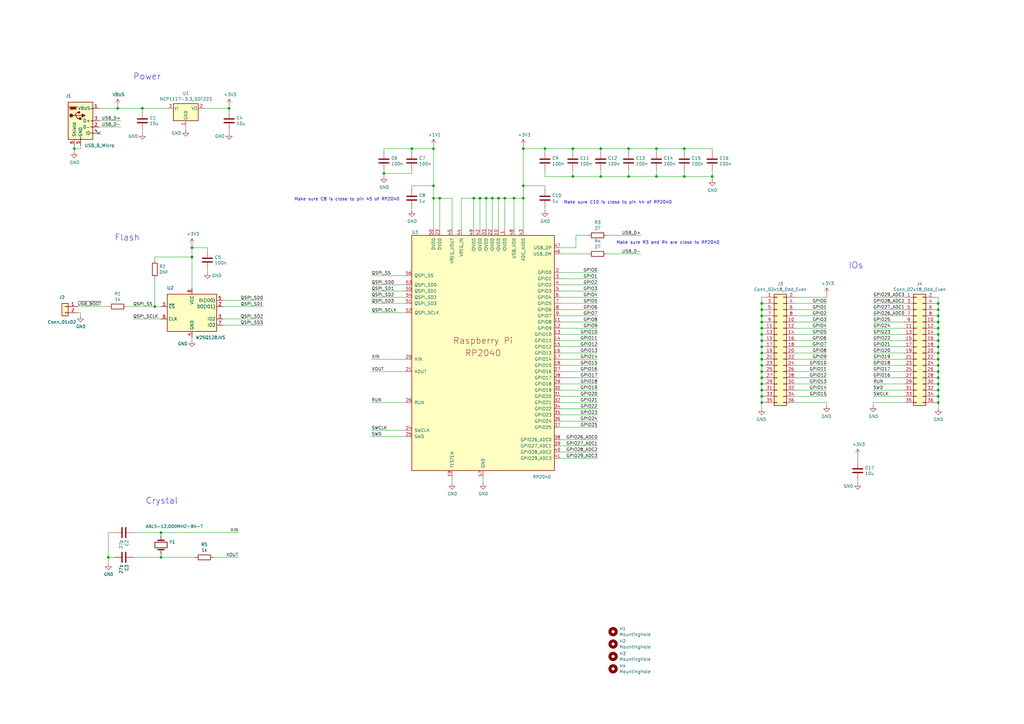
<source format=kicad_sch>
(kicad_sch (version 20211123) (generator eeschema)
  (paper "A3")
  (title_block (title "RP2040 Minimal Design Example") (date "2020-12-18") (rev "REV1") (company "Raspberry Pi (Trading) Ltd"))
  (lib_symbols
    (symbol "Connector_Generic:Conn_01x02" (pin_names (offset 1.016) hide)
      (property "Reference" "J" (at 0 2.54 0))
      (property "Value" "Conn_01x02" (at 0 -5.08 0))
      (symbol "Conn_01x02_1_1"
        (rectangle (start -1.27 -2.413) (end 0 -2.667) (stroke (width 0.1524)))
        (rectangle (start -1.27 0.127) (end 0 -0.127) (stroke (width 0.1524)))
        (rectangle (start -1.27 1.27) (end 1.27 -3.81) (stroke (width 0.254)) (fill (type background)))
        (pin passive line (at -5.08 0 0) (length 3.81) (name "Pin_1") (number "1"))
        (pin passive line (at -5.08 -2.54 0) (length 3.81) (name "Pin_2") (number "2"))
      )
    )
    (symbol "Connector_Generic:Conn_02x18_Odd_Even" (pin_names (offset 1.016) hide)
      (property "Reference" "J" (at 1.27 22.86 0))
      (property "Value" "Conn_02x18_Odd_Even" (at 1.27 -25.4 0))
      (symbol "Conn_02x18_Odd_Even_1_1"
        (rectangle (start -1.27 -22.733) (end 0 -22.987) (stroke (width 0.1524)))
        (rectangle (start -1.27 -20.193) (end 0 -20.447) (stroke (width 0.1524)))
        (rectangle (start -1.27 -17.653) (end 0 -17.907) (stroke (width 0.1524)))
        (rectangle (start -1.27 -15.113) (end 0 -15.367) (stroke (width 0.1524)))
        (rectangle (start -1.27 -12.573) (end 0 -12.827) (stroke (width 0.1524)))
        (rectangle (start -1.27 -10.033) (end 0 -10.287) (stroke (width 0.1524)))
        (rectangle (start -1.27 -7.493) (end 0 -7.747) (stroke (width 0.1524)))
        (rectangle (start -1.27 -4.953) (end 0 -5.207) (stroke (width 0.1524)))
        (rectangle (start -1.27 -2.413) (end 0 -2.667) (stroke (width 0.1524)))
        (rectangle (start -1.27 0.127) (end 0 -0.127) (stroke (width 0.1524)))
        (rectangle (start -1.27 2.667) (end 0 2.413) (stroke (width 0.1524)))
        (rectangle (start -1.27 5.207) (end 0 4.953) (stroke (width 0.1524)))
        (rectangle (start -1.27 7.747) (end 0 7.493) (stroke (width 0.1524)))
        (rectangle (start -1.27 10.287) (end 0 10.033) (stroke (width 0.1524)))
        (rectangle (start -1.27 12.827) (end 0 12.573) (stroke (width 0.1524)))
        (rectangle (start -1.27 15.367) (end 0 15.113) (stroke (width 0.1524)))
        (rectangle (start -1.27 17.907) (end 0 17.653) (stroke (width 0.1524)))
        (rectangle (start -1.27 20.447) (end 0 20.193) (stroke (width 0.1524)))
        (rectangle (start -1.27 21.59) (end 3.81 -24.13) (stroke (width 0.254)) (fill (type background)))
        (rectangle (start 3.81 -22.733) (end 2.54 -22.987) (stroke (width 0.1524)))
        (rectangle (start 3.81 -20.193) (end 2.54 -20.447) (stroke (width 0.1524)))
        (rectangle (start 3.81 -17.653) (end 2.54 -17.907) (stroke (width 0.1524)))
        (rectangle (start 3.81 -15.113) (end 2.54 -15.367) (stroke (width 0.1524)))
        (rectangle (start 3.81 -12.573) (end 2.54 -12.827) (stroke (width 0.1524)))
        (rectangle (start 3.81 -10.033) (end 2.54 -10.287) (stroke (width 0.1524)))
        (rectangle (start 3.81 -7.493) (end 2.54 -7.747) (stroke (width 0.1524)))
        (rectangle (start 3.81 -4.953) (end 2.54 -5.207) (stroke (width 0.1524)))
        (rectangle (start 3.81 -2.413) (end 2.54 -2.667) (stroke (width 0.1524)))
        (rectangle (start 3.81 0.127) (end 2.54 -0.127) (stroke (width 0.1524)))
        (rectangle (start 3.81 2.667) (end 2.54 2.413) (stroke (width 0.1524)))
        (rectangle (start 3.81 5.207) (end 2.54 4.953) (stroke (width 0.1524)))
        (rectangle (start 3.81 7.747) (end 2.54 7.493) (stroke (width 0.1524)))
        (rectangle (start 3.81 10.287) (end 2.54 10.033) (stroke (width 0.1524)))
        (rectangle (start 3.81 12.827) (end 2.54 12.573) (stroke (width 0.1524)))
        (rectangle (start 3.81 15.367) (end 2.54 15.113) (stroke (width 0.1524)))
        (rectangle (start 3.81 17.907) (end 2.54 17.653) (stroke (width 0.1524)))
        (rectangle (start 3.81 20.447) (end 2.54 20.193) (stroke (width 0.1524)))
        (pin passive line (at -5.08 20.32 0) (length 3.81) (name "Pin_1") (number "1"))
        (pin passive line (at 7.62 10.16 180) (length 3.81) (name "Pin_10") (number "10"))
        (pin passive line (at -5.08 7.62 0) (length 3.81) (name "Pin_11") (number "11"))
        (pin passive line (at 7.62 7.62 180) (length 3.81) (name "Pin_12") (number "12"))
        (pin passive line (at -5.08 5.08 0) (length 3.81) (name "Pin_13") (number "13"))
        (pin passive line (at 7.62 5.08 180) (length 3.81) (name "Pin_14") (number "14"))
        (pin passive line (at -5.08 2.54 0) (length 3.81) (name "Pin_15") (number "15"))
        (pin passive line (at 7.62 2.54 180) (length 3.81) (name "Pin_16") (number "16"))
        (pin passive line (at -5.08 0 0) (length 3.81) (name "Pin_17") (number "17"))
        (pin passive line (at 7.62 0 180) (length 3.81) (name "Pin_18") (number "18"))
        (pin passive line (at -5.08 -2.54 0) (length 3.81) (name "Pin_19") (number "19"))
        (pin passive line (at 7.62 20.32 180) (length 3.81) (name "Pin_2") (number "2"))
        (pin passive line (at 7.62 -2.54 180) (length 3.81) (name "Pin_20") (number "20"))
        (pin passive line (at -5.08 -5.08 0) (length 3.81) (name "Pin_21") (number "21"))
        (pin passive line (at 7.62 -5.08 180) (length 3.81) (name "Pin_22") (number "22"))
        (pin passive line (at -5.08 -7.62 0) (length 3.81) (name "Pin_23") (number "23"))
        (pin passive line (at 7.62 -7.62 180) (length 3.81) (name "Pin_24") (number "24"))
        (pin passive line (at -5.08 -10.16 0) (length 3.81) (name "Pin_25") (number "25"))
        (pin passive line (at 7.62 -10.16 180) (length 3.81) (name "Pin_26") (number "26"))
        (pin passive line (at -5.08 -12.7 0) (length 3.81) (name "Pin_27") (number "27"))
        (pin passive line (at 7.62 -12.7 180) (length 3.81) (name "Pin_28") (number "28"))
        (pin passive line (at -5.08 -15.24 0) (length 3.81) (name "Pin_29") (number "29"))
        (pin passive line (at -5.08 17.78 0) (length 3.81) (name "Pin_3") (number "3"))
        (pin passive line (at 7.62 -15.24 180) (length 3.81) (name "Pin_30") (number "30"))
        (pin passive line (at -5.08 -17.78 0) (length 3.81) (name "Pin_31") (number "31"))
        (pin passive line (at 7.62 -17.78 180) (length 3.81) (name "Pin_32") (number "32"))
        (pin passive line (at -5.08 -20.32 0) (length 3.81) (name "Pin_33") (number "33"))
        (pin passive line (at 7.62 -20.32 180) (length 3.81) (name "Pin_34") (number "34"))
        (pin passive line (at -5.08 -22.86 0) (length 3.81) (name "Pin_35") (number "35"))
        (pin passive line (at 7.62 -22.86 180) (length 3.81) (name "Pin_36") (number "36"))
        (pin passive line (at 7.62 17.78 180) (length 3.81) (name "Pin_4") (number "4"))
        (pin passive line (at -5.08 15.24 0) (length 3.81) (name "Pin_5") (number "5"))
        (pin passive line (at 7.62 15.24 180) (length 3.81) (name "Pin_6") (number "6"))
        (pin passive line (at -5.08 12.7 0) (length 3.81) (name "Pin_7") (number "7"))
        (pin passive line (at 7.62 12.7 180) (length 3.81) (name "Pin_8") (number "8"))
        (pin passive line (at -5.08 10.16 0) (length 3.81) (name "Pin_9") (number "9"))
      )
    )
    (symbol "Device:C" (pin_numbers hide) (pin_names (offset 0.254))
      (property "Reference" "C" (at 0.635 2.54 0))
      (property "Value" "C" (at 0.635 -2.54 0))
      (symbol "C_0_1"
        (polyline (pts (xy -2.032 -0.762) (xy 2.032 -0.762)) (stroke (width 0.508)))
        (polyline (pts (xy -2.032 0.762) (xy 2.032 0.762)) (stroke (width 0.508)))
      )
      (symbol "C_1_1"
        (pin passive line (at 0 3.81 270) (length 2.794) (name "~") (number "1"))
        (pin passive line (at 0 -3.81 90) (length 2.794) (name "~") (number "2"))
      )
    )
    (symbol "Device:Crystal" (pin_numbers hide) (pin_names (offset 1.016) hide)
      (property "Reference" "Y" (at 0 3.81 0))
      (property "Value" "Crystal" (at 0 -3.81 0))
      (symbol "Crystal_0_1"
        (rectangle (start -1.143 2.54) (end 1.143 -2.54) (stroke (width 0.3048)))
        (polyline (pts (xy -2.54 0) (xy -1.905 0)))
        (polyline (pts (xy -1.905 -1.27) (xy -1.905 1.27)) (stroke (width 0.508)))
        (polyline (pts (xy 1.905 -1.27) (xy 1.905 1.27)) (stroke (width 0.508)))
        (polyline (pts (xy 2.54 0) (xy 1.905 0)))
      )
      (symbol "Crystal_1_1"
        (pin passive line (at -3.81 0 0) (length 1.27) (name "1") (number "1"))
        (pin passive line (at 3.81 0 180) (length 1.27) (name "2") (number "2"))
      )
    )
    (symbol "Device:R" (pin_numbers hide) (pin_names (offset 0))
      (property "Reference" "R" (at 2.032 0 90))
      (property "Value" "R" (at 0 0 90))
      (symbol "R_0_1"
        (rectangle (start -1.016 -2.54) (end 1.016 2.54) (stroke (width 0.254)))
      )
      (symbol "R_1_1"
        (pin passive line (at 0 3.81 270) (length 1.27) (name "~") (number "1"))
        (pin passive line (at 0 -3.81 90) (length 1.27) (name "~") (number "2"))
      )
    )
    (symbol "MCU_RaspberryPi_RP2040:RP2040" (pin_names (offset 1.016))
      (property "Reference" "U" (at -29.21 49.53 0))
      (property "Value" "RP2040" (at 24.13 -49.53 0))
      (symbol "RP2040_0_0"
        (text "Raspberry Pi" (at 0 5.08 0) (effects (font (size 2.54 2.54))))
        (text "RP2040" (at 0 0 0) (effects (font (size 2.54 2.54))))
      )
      (symbol "RP2040_0_1"
        (rectangle (start 29.21 48.26) (end -29.21 -48.26) (stroke (width 0.254)) (fill (type background)))
      )
      (symbol "RP2040_1_1"
        (pin power_in line (at 8.89 50.8 270) (length 2.54) (name "IOVDD") (number "1"))
        (pin power_in line (at 6.35 50.8 270) (length 2.54) (name "IOVDD") (number "10"))
        (pin bidirectional line (at 31.75 12.7 180) (length 2.54) (name "GPIO8") (number "11"))
        (pin bidirectional line (at 31.75 10.16 180) (length 2.54) (name "GPIO9") (number "12"))
        (pin bidirectional line (at 31.75 7.62 180) (length 2.54) (name "GPIO10") (number "13"))
        (pin bidirectional line (at 31.75 5.08 180) (length 2.54) (name "GPIO11") (number "14"))
        (pin bidirectional line (at 31.75 2.54 180) (length 2.54) (name "GPIO12") (number "15"))
        (pin bidirectional line (at 31.75 0 180) (length 2.54) (name "GPIO13") (number "16"))
        (pin bidirectional line (at 31.75 -2.54 180) (length 2.54) (name "GPIO14") (number "17"))
        (pin bidirectional line (at 31.75 -5.08 180) (length 2.54) (name "GPIO15") (number "18"))
        (pin passive line (at -12.7 -50.8 90) (length 2.54) (name "TESTEN") (number "19"))
        (pin bidirectional line (at 31.75 33.02 180) (length 2.54) (name "GPIO0") (number "2"))
        (pin input line (at -31.75 -2.54 0) (length 2.54) (name "XIN") (number "20"))
        (pin passive line (at -31.75 -7.62 0) (length 2.54) (name "XOUT") (number "21"))
        (pin power_in line (at 3.81 50.8 270) (length 2.54) (name "IOVDD") (number "22"))
        (pin power_in line (at -17.78 50.8 270) (length 2.54) (name "DVDD") (number "23"))
        (pin output line (at -31.75 -31.75 0) (length 2.54) (name "SWCLK") (number "24"))
        (pin bidirectional line (at -31.75 -34.29 0) (length 2.54) (name "SWD") (number "25"))
        (pin input line (at -31.75 -20.32 0) (length 2.54) (name "RUN") (number "26"))
        (pin bidirectional line (at 31.75 -7.62 180) (length 2.54) (name "GPIO16") (number "27"))
        (pin bidirectional line (at 31.75 -10.16 180) (length 2.54) (name "GPIO17") (number "28"))
        (pin bidirectional line (at 31.75 -12.7 180) (length 2.54) (name "GPIO18") (number "29"))
        (pin bidirectional line (at 31.75 30.48 180) (length 2.54) (name "GPIO1") (number "3"))
        (pin bidirectional line (at 31.75 -15.24 180) (length 2.54) (name "GPIO19") (number "30"))
        (pin bidirectional line (at 31.75 -17.78 180) (length 2.54) (name "GPIO20") (number "31"))
        (pin bidirectional line (at 31.75 -20.32 180) (length 2.54) (name "GPIO21") (number "32"))
        (pin power_in line (at 1.27 50.8 270) (length 2.54) (name "IOVDD") (number "33"))
        (pin bidirectional line (at 31.75 -22.86 180) (length 2.54) (name "GPIO22") (number "34"))
        (pin bidirectional line (at 31.75 -25.4 180) (length 2.54) (name "GPIO23") (number "35"))
        (pin bidirectional line (at 31.75 -27.94 180) (length 2.54) (name "GPIO24") (number "36"))
        (pin bidirectional line (at 31.75 -30.48 180) (length 2.54) (name "GPIO25") (number "37"))
        (pin bidirectional line (at 31.75 -35.56 180) (length 2.54) (name "GPIO26_ADC0") (number "38"))
        (pin bidirectional line (at 31.75 -38.1 180) (length 2.54) (name "GPIO27_ADC1") (number "39"))
        (pin bidirectional line (at 31.75 27.94 180) (length 2.54) (name "GPIO2") (number "4"))
        (pin bidirectional line (at 31.75 -40.64 180) (length 2.54) (name "GPIO28_ADC2") (number "40"))
        (pin bidirectional line (at 31.75 -43.18 180) (length 2.54) (name "GPIO29_ADC3") (number "41"))
        (pin power_in line (at -1.27 50.8 270) (length 2.54) (name "IOVDD") (number "42"))
        (pin power_in line (at 16.51 50.8 270) (length 2.54) (name "ADC_AVDD") (number "43"))
        (pin power_in line (at -8.89 50.8 270) (length 2.54) (name "VREG_IN") (number "44"))
        (pin power_out line (at -12.7 50.8 270) (length 2.54) (name "VREG_VOUT") (number "45"))
        (pin bidirectional line (at 31.75 40.64 180) (length 2.54) (name "USB_DM") (number "46"))
        (pin bidirectional line (at 31.75 43.18 180) (length 2.54) (name "USB_DP") (number "47"))
        (pin power_in line (at 12.7 50.8 270) (length 2.54) (name "USB_VDD") (number "48"))
        (pin power_in line (at -3.81 50.8 270) (length 2.54) (name "IOVDD") (number "49"))
        (pin bidirectional line (at 31.75 25.4 180) (length 2.54) (name "GPIO3") (number "5"))
        (pin power_in line (at -20.32 50.8 270) (length 2.54) (name "DVDD") (number "50"))
        (pin bidirectional line (at -31.75 20.32 0) (length 2.54) (name "QSPI_SD3") (number "51"))
        (pin output line (at -31.75 16.51 0) (length 2.54) (name "QSPI_SCLK") (number "52"))
        (pin bidirectional line (at -31.75 27.94 0) (length 2.54) (name "QSPI_SD0") (number "53"))
        (pin bidirectional line (at -31.75 22.86 0) (length 2.54) (name "QSPI_SD2") (number "54"))
        (pin bidirectional line (at -31.75 25.4 0) (length 2.54) (name "QSPI_SD1") (number "55"))
        (pin bidirectional line (at -31.75 31.75 0) (length 2.54) (name "QSPI_SS") (number "56"))
        (pin power_in line (at 0 -50.8 90) (length 2.54) (name "GND") (number "57"))
        (pin bidirectional line (at 31.75 22.86 180) (length 2.54) (name "GPIO4") (number "6"))
        (pin bidirectional line (at 31.75 20.32 180) (length 2.54) (name "GPIO5") (number "7"))
        (pin bidirectional line (at 31.75 17.78 180) (length 2.54) (name "GPIO6") (number "8"))
        (pin bidirectional line (at 31.75 15.24 180) (length 2.54) (name "GPIO7") (number "9"))
      )
    )
    (symbol "Mechanical:MountingHole" (pin_names (offset 1.016))
      (property "Reference" "H" (at 0 5.08 0))
      (property "Value" "MountingHole" (at 0 3.175 0))
      (symbol "MountingHole_0_1"
        (circle (center 0 0) (radius 1.27) (stroke (width 1.27)))
      )
    )
    (symbol "Memory_Flash:W25Q128JVS"
      (property "Reference" "U" (at -8.89 8.89 0))
      (property "Value" "W25Q128JVS" (at 7.62 8.89 0))
      (symbol "W25Q128JVS_0_1"
        (rectangle (start -10.16 7.62) (end 10.16 -7.62) (stroke (width 0.254)) (fill (type background)))
      )
      (symbol "W25Q128JVS_1_1"
        (pin input line (at -12.7 2.54 0) (length 2.54) (name "~{CS}") (number "1"))
        (pin bidirectional line (at 12.7 2.54 180) (length 2.54) (name "DO(IO1)") (number "2"))
        (pin bidirectional line (at 12.7 -2.54 180) (length 2.54) (name "IO2") (number "3"))
        (pin power_in line (at 0 -10.16 90) (length 2.54) (name "GND") (number "4"))
        (pin bidirectional line (at 12.7 5.08 180) (length 2.54) (name "DI(IO0)") (number "5"))
        (pin input line (at -12.7 -2.54 0) (length 2.54) (name "CLK") (number "6"))
        (pin bidirectional line (at 12.7 -5.08 180) (length 2.54) (name "IO3") (number "7"))
        (pin power_in line (at 0 10.16 270) (length 2.54) (name "VCC") (number "8"))
      )
    )
    (symbol "RP2040_minimal-rescue:USB_B_Micro-Connector" (pin_names (offset 1.016))
      (property "Reference" "J" (at -5.08 11.43 0))
      (property "Value" "USB_B_Micro-Connector" (at -5.08 8.89 0))
      (symbol "USB_B_Micro-Connector_0_1"
        (rectangle (start -5.08 -7.62) (end 5.08 7.62) (stroke (width 0.254)) (fill (type background)))
        (circle (center -3.81 2.159) (radius 0.635) (stroke (width 0.254)) (fill (type outline)))
        (circle (center -0.635 3.429) (radius 0.381) (stroke (width 0.254)) (fill (type outline)))
        (rectangle (start -0.127 -7.62) (end 0.127 -6.858))
        (polyline (pts (xy -1.905 2.159) (xy 0.635 2.159)) (stroke (width 0.254)))
        (polyline (pts (xy -3.175 2.159) (xy -2.54 2.159) (xy -1.27 3.429) (xy -0.635 3.429)) (stroke (width 0.254)))
        (polyline (pts (xy -2.54 2.159) (xy -1.905 2.159) (xy -1.27 0.889) (xy 0 0.889)) (stroke (width 0.254)))
        (polyline (pts (xy 0.635 2.794) (xy 0.635 1.524) (xy 1.905 2.159) (xy 0.635 2.794)) (stroke (width 0.254)) (fill (type outline)))
        (polyline (pts (xy -4.318 5.588) (xy -1.778 5.588) (xy -2.032 4.826) (xy -4.064 4.826) (xy -4.318 5.588)) (fill (type outline)))
        (polyline (pts (xy -4.699 5.842) (xy -4.699 5.588) (xy -4.445 4.826) (xy -4.445 4.572) (xy -1.651 4.572) (xy -1.651 4.826) (xy -1.397 5.588) (xy -1.397 5.842) (xy -4.699 5.842)))
        (rectangle (start 0.254 1.27) (end -0.508 0.508) (stroke (width 0.254)) (fill (type outline)))
        (rectangle (start 5.08 -5.207) (end 4.318 -4.953))
        (rectangle (start 5.08 -2.667) (end 4.318 -2.413))
        (rectangle (start 5.08 -0.127) (end 4.318 0.127))
        (rectangle (start 5.08 4.953) (end 4.318 5.207))
      )
      (symbol "USB_B_Micro-Connector_1_1"
        (pin power_out line (at 7.62 5.08 180) (length 2.54) (name "VBUS") (number "1"))
        (pin passive line (at 7.62 -2.54 180) (length 2.54) (name "D-") (number "2"))
        (pin passive line (at 7.62 0 180) (length 2.54) (name "D+") (number "3"))
        (pin passive line (at 7.62 -5.08 180) (length 2.54) (name "ID") (number "4"))
        (pin power_out line (at 0 -10.16 90) (length 2.54) (name "GND") (number "5"))
        (pin passive line (at -2.54 -10.16 90) (length 2.54) (name "Shield") (number "6"))
      )
    )
    (symbol "Regulator_Linear:NCP1117-3.3_SOT223" (pin_names (offset 0.254))
      (property "Reference" "U" (at -3.81 3.175 0))
      (property "Value" "NCP1117-3.3_SOT223" (at 0 3.175 0))
      (symbol "NCP1117-3.3_SOT223_0_1"
        (rectangle (start -5.08 -5.08) (end 5.08 1.905) (stroke (width 0.254)) (fill (type background)))
      )
      (symbol "NCP1117-3.3_SOT223_1_1"
        (pin power_in line (at 0 -7.62 90) (length 2.54) (name "GND") (number "1"))
        (pin power_out line (at 7.62 0 180) (length 2.54) (name "VO") (number "2"))
        (pin power_in line (at -7.62 0 0) (length 2.54) (name "VI") (number "3"))
      )
    )
    (symbol "power:+1V1" (power) (pin_names (offset 0))
      (property "Value" "+1V1" (at 0 3.556 0))
      (symbol "+1V1_0_1"
        (polyline (pts (xy -0.762 1.27) (xy 0 2.54)))
        (polyline (pts (xy 0 0) (xy 0 2.54)))
        (polyline (pts (xy 0 2.54) (xy 0.762 1.27)))
      )
      (symbol "+1V1_1_1"
        (pin power_in line (at 0 0 90) (length 0) hide (name "+1V1") (number "1"))
      )
    )
    (symbol "power:+3V3" (power) (pin_names (offset 0))
      (property "Value" "+3V3" (at 0 3.556 0))
      (symbol "+3V3_0_1"
        (polyline (pts (xy -0.762 1.27) (xy 0 2.54)))
        (polyline (pts (xy 0 0) (xy 0 2.54)))
        (polyline (pts (xy 0 2.54) (xy 0.762 1.27)))
      )
      (symbol "+3V3_1_1"
        (pin power_in line (at 0 0 90) (length 0) hide (name "+3V3") (number "1"))
      )
    )
    (symbol "power:GND" (power) (pin_names (offset 0))
      (property "Value" "GND" (at 0 -3.81 0))
      (symbol "GND_0_1"
        (polyline (pts (xy 0 0) (xy 0 -1.27) (xy 1.27 -1.27) (xy 0 -2.54) (xy -1.27 -1.27) (xy 0 -1.27)))
      )
      (symbol "GND_1_1"
        (pin power_in line (at 0 0 270) (length 0) hide (name "GND") (number "1"))
      )
    )
    (symbol "power:VBUS" (power) (pin_names (offset 0))
      (property "Value" "VBUS" (at 0 3.81 0))
      (symbol "VBUS_0_1"
        (polyline (pts (xy -0.762 1.27) (xy 0 2.54)))
        (polyline (pts (xy 0 0) (xy 0 2.54)))
        (polyline (pts (xy 0 2.54) (xy 0.762 1.27)))
      )
      (symbol "VBUS_1_1"
        (pin power_in line (at 0 0 90) (length 0) hide (name "VBUS") (number "1"))
      )
    )
  )
  (junction (at 214.63 76.2))
  (junction (at 312.42 160.02))
  (junction (at 312.42 129.54))
  (junction (at 196.85 81.28))
  (junction (at 223.52 60.96))
  (junction (at 384.81 129.54))
  (junction (at 312.42 147.32))
  (junction (at 312.42 157.48))
  (junction (at 384.81 134.62))
  (junction (at 78.74 101.6))
  (junction (at 384.81 147.32))
  (junction (at 312.42 124.46))
  (junction (at 312.42 144.78))
  (junction (at 30.48 60.96))
  (junction (at 246.38 60.96))
  (junction (at 177.8 76.2))
  (junction (at 180.34 81.28))
  (junction (at 214.63 81.28))
  (junction (at 384.81 144.78))
  (junction (at 312.42 154.94))
  (junction (at 246.38 72.39))
  (junction (at 312.42 134.62))
  (junction (at 201.93 81.28))
  (junction (at 269.24 72.39))
  (junction (at 44.45 228.6))
  (junction (at 207.01 81.28))
  (junction (at 384.81 142.24))
  (junction (at 204.47 81.28))
  (junction (at 312.42 149.86))
  (junction (at 257.81 60.96))
  (junction (at 177.8 60.96))
  (junction (at 312.42 165.1))
  (junction (at 78.74 105.41))
  (junction (at 234.95 60.96))
  (junction (at 280.67 60.96))
  (junction (at 312.42 142.24))
  (junction (at 384.81 165.1))
  (junction (at 384.81 124.46))
  (junction (at 168.91 60.96))
  (junction (at 384.81 157.48))
  (junction (at 157.48 71.12))
  (junction (at 194.31 81.28))
  (junction (at 66.04 218.44))
  (junction (at 48.26 44.45))
  (junction (at 58.42 44.45))
  (junction (at 257.81 72.39))
  (junction (at 384.81 127))
  (junction (at 384.81 160.02))
  (junction (at 312.42 127))
  (junction (at 384.81 162.56))
  (junction (at 177.8 81.28))
  (junction (at 384.81 132.08))
  (junction (at 312.42 137.16))
  (junction (at 384.81 149.86))
  (junction (at 66.04 228.6))
  (junction (at 384.81 154.94))
  (junction (at 312.42 132.08))
  (junction (at 63.5 125.73))
  (junction (at 269.24 60.96))
  (junction (at 384.81 139.7))
  (junction (at 280.67 72.39))
  (junction (at 384.81 137.16))
  (junction (at 384.81 152.4))
  (junction (at 312.42 152.4))
  (junction (at 214.63 60.96))
  (junction (at 210.82 81.28))
  (junction (at 312.42 162.56))
  (junction (at 312.42 139.7))
  (junction (at 93.98 44.45))
  (junction (at 234.95 72.39))
  (junction (at 292.1 72.39))
  (junction (at 199.39 81.28))
  (no_connect (at 40.64 54.61))
  (wire (pts (xy 280.67 60.96) (xy 292.1 60.96)))
  (wire (pts (xy 207.01 81.28) (xy 207.01 93.98)))
  (wire (pts (xy 383.54 154.94) (xy 384.81 154.94)))
  (wire (pts (xy 339.09 166.37) (xy 339.09 165.1)))
  (wire (pts (xy 383.54 149.86) (xy 384.81 149.86)))
  (wire (pts (xy 313.69 165.1) (xy 312.42 165.1)))
  (wire (pts (xy 157.48 69.85) (xy 157.48 71.12)))
  (wire (pts (xy 370.84 134.62) (xy 358.14 134.62)))
  (wire (pts (xy 93.98 45.72) (xy 93.98 44.45)))
  (wire (pts (xy 229.87 147.32) (xy 245.11 147.32)))
  (wire (pts (xy 44.45 125.73) (xy 31.75 125.73)))
  (wire (pts (xy 66.04 228.6) (xy 80.01 228.6)))
  (wire (pts (xy 339.09 129.54) (xy 326.39 129.54)))
  (wire (pts (xy 201.93 93.98) (xy 201.93 81.28)))
  (wire (pts (xy 214.63 76.2) (xy 214.63 81.28)))
  (wire (pts (xy 166.37 165.1) (xy 152.4 165.1)))
  (wire (pts (xy 78.74 138.43) (xy 78.74 139.7)))
  (wire (pts (xy 280.67 62.23) (xy 280.67 60.96)))
  (wire (pts (xy 312.42 127) (xy 312.42 129.54)))
  (wire (pts (xy 204.47 81.28) (xy 207.01 81.28)))
  (wire (pts (xy 383.54 127) (xy 384.81 127)))
  (wire (pts (xy 214.63 60.96) (xy 223.52 60.96)))
  (wire (pts (xy 229.87 185.42) (xy 245.11 185.42)))
  (wire (pts (xy 313.69 137.16) (xy 312.42 137.16)))
  (wire (pts (xy 210.82 93.98) (xy 210.82 81.28)))
  (wire (pts (xy 177.8 81.28) (xy 177.8 93.98)))
  (wire (pts (xy 229.87 165.1) (xy 245.11 165.1)))
  (wire (pts (xy 91.44 130.81) (xy 107.95 130.81)))
  (wire (pts (xy 246.38 62.23) (xy 246.38 60.96)))
  (wire (pts (xy 236.22 96.52) (xy 241.3 96.52)))
  (wire (pts (xy 313.69 124.46) (xy 312.42 124.46)))
  (wire (pts (xy 269.24 72.39) (xy 257.81 72.39)))
  (wire (pts (xy 214.63 76.2) (xy 223.52 76.2)))
  (wire (pts (xy 383.54 132.08) (xy 384.81 132.08)))
  (wire (pts (xy 358.14 165.1) (xy 370.84 165.1)))
  (wire (pts (xy 370.84 137.16) (xy 358.14 137.16)))
  (wire (pts (xy 83.82 44.45) (xy 93.98 44.45)))
  (wire (pts (xy 384.81 157.48) (xy 384.81 160.02)))
  (wire (pts (xy 312.42 165.1) (xy 312.42 167.64)))
  (wire (pts (xy 229.87 182.88) (xy 245.11 182.88)))
  (wire (pts (xy 214.63 59.69) (xy 214.63 60.96)))
  (wire (pts (xy 229.87 144.78) (xy 245.11 144.78)))
  (wire (pts (xy 66.04 218.44) (xy 97.79 218.44)))
  (wire (pts (xy 312.42 137.16) (xy 312.42 139.7)))
  (wire (pts (xy 66.04 219.71) (xy 66.04 218.44)))
  (wire (pts (xy 180.34 93.98) (xy 180.34 81.28)))
  (wire (pts (xy 313.69 149.86) (xy 312.42 149.86)))
  (wire (pts (xy 48.26 44.45) (xy 58.42 44.45)))
  (wire (pts (xy 384.81 137.16) (xy 384.81 139.7)))
  (wire (pts (xy 312.42 134.62) (xy 312.42 137.16)))
  (wire (pts (xy 33.02 60.96) (xy 30.48 60.96)))
  (wire (pts (xy 31.75 128.27) (xy 33.02 128.27)))
  (wire (pts (xy 58.42 45.72) (xy 58.42 44.45)))
  (wire (pts (xy 313.69 144.78) (xy 312.42 144.78)))
  (wire (pts (xy 257.81 60.96) (xy 269.24 60.96)))
  (wire (pts (xy 384.81 129.54) (xy 384.81 132.08)))
  (wire (pts (xy 292.1 72.39) (xy 292.1 73.66)))
  (wire (pts (xy 280.67 72.39) (xy 292.1 72.39)))
  (wire (pts (xy 236.22 96.52) (xy 236.22 101.6)))
  (wire (pts (xy 313.69 129.54) (xy 312.42 129.54)))
  (wire (pts (xy 384.81 154.94) (xy 384.81 157.48)))
  (wire (pts (xy 383.54 165.1) (xy 384.81 165.1)))
  (wire (pts (xy 229.87 104.14) (xy 241.3 104.14)))
  (wire (pts (xy 269.24 62.23) (xy 269.24 60.96)))
  (wire (pts (xy 168.91 71.12) (xy 168.91 69.85)))
  (wire (pts (xy 166.37 176.53) (xy 152.4 176.53)))
  (wire (pts (xy 339.09 121.92) (xy 339.09 120.65)))
  (wire (pts (xy 189.23 93.98) (xy 189.23 81.28)))
  (wire (pts (xy 351.79 186.69) (xy 351.79 189.23)))
  (wire (pts (xy 229.87 114.3) (xy 245.11 114.3)))
  (wire (pts (xy 384.81 147.32) (xy 384.81 149.86)))
  (wire (pts (xy 313.69 147.32) (xy 312.42 147.32)))
  (wire (pts (xy 63.5 114.3) (xy 63.5 125.73)))
  (wire (pts (xy 180.34 81.28) (xy 177.8 81.28)))
  (wire (pts (xy 384.81 139.7) (xy 384.81 142.24)))
  (wire (pts (xy 370.84 129.54) (xy 358.14 129.54)))
  (wire (pts (xy 33.02 128.27) (xy 33.02 129.54)))
  (wire (pts (xy 152.4 147.32) (xy 166.37 147.32)))
  (wire (pts (xy 269.24 60.96) (xy 280.67 60.96)))
  (wire (pts (xy 383.54 162.56) (xy 384.81 162.56)))
  (wire (pts (xy 339.09 147.32) (xy 326.39 147.32)))
  (wire (pts (xy 351.79 196.85) (xy 351.79 198.12)))
  (wire (pts (xy 313.69 139.7) (xy 312.42 139.7)))
  (wire (pts (xy 246.38 69.85) (xy 246.38 72.39)))
  (wire (pts (xy 229.87 101.6) (xy 236.22 101.6)))
  (wire (pts (xy 44.45 218.44) (xy 44.45 228.6)))
  (wire (pts (xy 214.63 81.28) (xy 214.63 93.98)))
  (wire (pts (xy 370.84 121.92) (xy 358.14 121.92)))
  (wire (pts (xy 33.02 59.69) (xy 33.02 60.96)))
  (wire (pts (xy 54.61 130.81) (xy 66.04 130.81)))
  (wire (pts (xy 78.74 105.41) (xy 78.74 118.11)))
  (wire (pts (xy 229.87 157.48) (xy 245.11 157.48)))
  (wire (pts (xy 257.81 69.85) (xy 257.81 72.39)))
  (wire (pts (xy 339.09 165.1) (xy 326.39 165.1)))
  (wire (pts (xy 177.8 59.69) (xy 177.8 60.96)))
  (wire (pts (xy 229.87 119.38) (xy 245.11 119.38)))
  (wire (pts (xy 76.2 52.07) (xy 76.2 53.34)))
  (wire (pts (xy 313.69 127) (xy 312.42 127)))
  (wire (pts (xy 313.69 157.48) (xy 312.42 157.48)))
  (wire (pts (xy 229.87 162.56) (xy 245.11 162.56)))
  (wire (pts (xy 48.26 43.18) (xy 48.26 44.45)))
  (wire (pts (xy 78.74 100.33) (xy 78.74 101.6)))
  (wire (pts (xy 312.42 149.86) (xy 312.42 152.4)))
  (wire (pts (xy 199.39 81.28) (xy 201.93 81.28)))
  (wire (pts (xy 312.42 129.54) (xy 312.42 132.08)))
  (wire (pts (xy 246.38 60.96) (xy 257.81 60.96)))
  (wire (pts (xy 370.84 142.24) (xy 358.14 142.24)))
  (wire (pts (xy 370.84 139.7) (xy 358.14 139.7)))
  (wire (pts (xy 383.54 142.24) (xy 384.81 142.24)))
  (wire (pts (xy 339.09 124.46) (xy 326.39 124.46)))
  (wire (pts (xy 370.84 147.32) (xy 358.14 147.32)))
  (wire (pts (xy 185.42 93.98) (xy 185.42 81.28)))
  (wire (pts (xy 63.5 105.41) (xy 78.74 105.41)))
  (wire (pts (xy 384.81 127) (xy 384.81 129.54)))
  (wire (pts (xy 229.87 129.54) (xy 245.11 129.54)))
  (wire (pts (xy 339.09 154.94) (xy 326.39 154.94)))
  (wire (pts (xy 58.42 53.34) (xy 58.42 54.61)))
  (wire (pts (xy 383.54 124.46) (xy 384.81 124.46)))
  (wire (pts (xy 30.48 60.96) (xy 30.48 62.23)))
  (wire (pts (xy 370.84 127) (xy 358.14 127)))
  (wire (pts (xy 370.84 154.94) (xy 358.14 154.94)))
  (wire (pts (xy 383.54 139.7) (xy 384.81 139.7)))
  (wire (pts (xy 384.81 121.92) (xy 384.81 124.46)))
  (wire (pts (xy 54.61 228.6) (xy 66.04 228.6)))
  (wire (pts (xy 312.42 121.92) (xy 312.42 124.46)))
  (wire (pts (xy 313.69 162.56) (xy 312.42 162.56)))
  (wire (pts (xy 152.4 119.38) (xy 166.37 119.38)))
  (wire (pts (xy 157.48 71.12) (xy 157.48 72.39)))
  (wire (pts (xy 370.84 149.86) (xy 358.14 149.86)))
  (wire (pts (xy 177.8 60.96) (xy 177.8 76.2)))
  (wire (pts (xy 229.87 180.34) (xy 245.11 180.34)))
  (wire (pts (xy 384.81 160.02) (xy 384.81 162.56)))
  (wire (pts (xy 229.87 116.84) (xy 245.11 116.84)))
  (wire (pts (xy 54.61 218.44) (xy 66.04 218.44)))
  (wire (pts (xy 46.99 228.6) (xy 44.45 228.6)))
  (wire (pts (xy 234.95 69.85) (xy 234.95 72.39)))
  (wire (pts (xy 229.87 175.26) (xy 245.11 175.26)))
  (wire (pts (xy 85.09 101.6) (xy 78.74 101.6)))
  (wire (pts (xy 312.42 144.78) (xy 312.42 147.32)))
  (wire (pts (xy 312.42 160.02) (xy 312.42 162.56)))
  (wire (pts (xy 234.95 62.23) (xy 234.95 60.96)))
  (wire (pts (xy 312.42 152.4) (xy 312.42 154.94)))
  (wire (pts (xy 185.42 195.58) (xy 185.42 198.12)))
  (wire (pts (xy 339.09 157.48) (xy 326.39 157.48)))
  (wire (pts (xy 46.99 218.44) (xy 44.45 218.44)))
  (wire (pts (xy 383.54 160.02) (xy 384.81 160.02)))
  (wire (pts (xy 152.4 121.92) (xy 166.37 121.92)))
  (wire (pts (xy 339.09 144.78) (xy 326.39 144.78)))
  (wire (pts (xy 223.52 60.96) (xy 234.95 60.96)))
  (wire (pts (xy 257.81 62.23) (xy 257.81 60.96)))
  (wire (pts (xy 229.87 121.92) (xy 245.11 121.92)))
  (wire (pts (xy 370.84 162.56) (xy 358.14 162.56)))
  (wire (pts (xy 63.5 106.68) (xy 63.5 105.41)))
  (wire (pts (xy 312.42 139.7) (xy 312.42 142.24)))
  (wire (pts (xy 383.54 152.4) (xy 384.81 152.4)))
  (wire (pts (xy 166.37 179.07) (xy 152.4 179.07)))
  (wire (pts (xy 168.91 62.23) (xy 168.91 60.96)))
  (wire (pts (xy 229.87 187.96) (xy 245.11 187.96)))
  (wire (pts (xy 370.84 132.08) (xy 358.14 132.08)))
  (wire (pts (xy 229.87 170.18) (xy 245.11 170.18)))
  (wire (pts (xy 384.81 124.46) (xy 384.81 127)))
  (wire (pts (xy 91.44 123.19) (xy 107.95 123.19)))
  (wire (pts (xy 168.91 77.47) (xy 168.91 76.2)))
  (wire (pts (xy 223.52 62.23) (xy 223.52 60.96)))
  (wire (pts (xy 210.82 81.28) (xy 214.63 81.28)))
  (wire (pts (xy 313.69 142.24) (xy 312.42 142.24)))
  (wire (pts (xy 339.09 139.7) (xy 326.39 139.7)))
  (wire (pts (xy 166.37 152.4) (xy 152.4 152.4)))
  (wire (pts (xy 383.54 157.48) (xy 384.81 157.48)))
  (wire (pts (xy 312.42 147.32) (xy 312.42 149.86)))
  (wire (pts (xy 204.47 93.98) (xy 204.47 81.28)))
  (wire (pts (xy 383.54 134.62) (xy 384.81 134.62)))
  (wire (pts (xy 312.42 124.46) (xy 312.42 127)))
  (wire (pts (xy 383.54 121.92) (xy 384.81 121.92)))
  (wire (pts (xy 370.84 160.02) (xy 358.14 160.02)))
  (wire (pts (xy 189.23 81.28) (xy 194.31 81.28)))
  (wire (pts (xy 40.64 49.53) (xy 49.53 49.53)))
  (wire (pts (xy 229.87 139.7) (xy 245.11 139.7)))
  (wire (pts (xy 40.64 44.45) (xy 48.26 44.45)))
  (wire (pts (xy 229.87 142.24) (xy 245.11 142.24)))
  (wire (pts (xy 339.09 127) (xy 326.39 127)))
  (wire (pts (xy 248.92 96.52) (xy 262.89 96.52)))
  (wire (pts (xy 384.81 162.56) (xy 384.81 165.1)))
  (wire (pts (xy 91.44 133.35) (xy 107.95 133.35)))
  (wire (pts (xy 234.95 72.39) (xy 223.52 72.39)))
  (wire (pts (xy 157.48 62.23) (xy 157.48 60.96)))
  (wire (pts (xy 85.09 110.49) (xy 85.09 111.76)))
  (wire (pts (xy 168.91 60.96) (xy 177.8 60.96)))
  (wire (pts (xy 313.69 134.62) (xy 312.42 134.62)))
  (wire (pts (xy 269.24 69.85) (xy 269.24 72.39)))
  (wire (pts (xy 246.38 72.39) (xy 234.95 72.39)))
  (wire (pts (xy 370.84 157.48) (xy 358.14 157.48)))
  (wire (pts (xy 194.31 93.98) (xy 194.31 81.28)))
  (wire (pts (xy 339.09 121.92) (xy 326.39 121.92)))
  (wire (pts (xy 157.48 71.12) (xy 168.91 71.12)))
  (wire (pts (xy 229.87 149.86) (xy 245.11 149.86)))
  (wire (pts (xy 384.81 132.08) (xy 384.81 134.62)))
  (wire (pts (xy 312.42 154.94) (xy 312.42 157.48)))
  (wire (pts (xy 339.09 162.56) (xy 326.39 162.56)))
  (wire (pts (xy 223.52 85.09) (xy 223.52 86.36)))
  (wire (pts (xy 234.95 60.96) (xy 246.38 60.96)))
  (wire (pts (xy 384.81 144.78) (xy 384.81 147.32)))
  (wire (pts (xy 370.84 152.4) (xy 358.14 152.4)))
  (wire (pts (xy 168.91 85.09) (xy 168.91 86.36)))
  (wire (pts (xy 207.01 81.28) (xy 210.82 81.28)))
  (wire (pts (xy 257.81 72.39) (xy 246.38 72.39)))
  (wire (pts (xy 93.98 44.45) (xy 93.98 43.18)))
  (wire (pts (xy 229.87 134.62) (xy 245.11 134.62)))
  (wire (pts (xy 339.09 149.86) (xy 326.39 149.86)))
  (wire (pts (xy 339.09 152.4) (xy 326.39 152.4)))
  (wire (pts (xy 93.98 53.34) (xy 93.98 54.61)))
  (wire (pts (xy 370.84 144.78) (xy 358.14 144.78)))
  (wire (pts (xy 229.87 137.16) (xy 245.11 137.16)))
  (wire (pts (xy 339.09 160.02) (xy 326.39 160.02)))
  (wire (pts (xy 313.69 160.02) (xy 312.42 160.02)))
  (wire (pts (xy 292.1 69.85) (xy 292.1 72.39)))
  (wire (pts (xy 384.81 165.1) (xy 384.81 167.64)))
  (wire (pts (xy 229.87 167.64) (xy 245.11 167.64)))
  (wire (pts (xy 312.42 142.24) (xy 312.42 144.78)))
  (wire (pts (xy 292.1 62.23) (xy 292.1 60.96)))
  (wire (pts (xy 66.04 227.33) (xy 66.04 228.6)))
  (wire (pts (xy 63.5 125.73) (xy 66.04 125.73)))
  (wire (pts (xy 85.09 102.87) (xy 85.09 101.6)))
  (wire (pts (xy 214.63 60.96) (xy 214.63 76.2)))
  (wire (pts (xy 384.81 142.24) (xy 384.81 144.78)))
  (wire (pts (xy 280.67 69.85) (xy 280.67 72.39)))
  (wire (pts (xy 78.74 101.6) (xy 78.74 105.41)))
  (wire (pts (xy 196.85 93.98) (xy 196.85 81.28)))
  (wire (pts (xy 52.07 125.73) (xy 63.5 125.73)))
  (wire (pts (xy 383.54 147.32) (xy 384.81 147.32)))
  (wire (pts (xy 40.64 52.07) (xy 49.53 52.07)))
  (wire (pts (xy 44.45 228.6) (xy 44.45 231.14)))
  (wire (pts (xy 339.09 132.08) (xy 326.39 132.08)))
  (wire (pts (xy 201.93 81.28) (xy 204.47 81.28)))
  (wire (pts (xy 229.87 124.46) (xy 245.11 124.46)))
  (wire (pts (xy 196.85 81.28) (xy 199.39 81.28)))
  (wire (pts (xy 229.87 172.72) (xy 245.11 172.72)))
  (wire (pts (xy 152.4 116.84) (xy 166.37 116.84)))
  (wire (pts (xy 358.14 166.37) (xy 358.14 165.1)))
  (wire (pts (xy 194.31 81.28) (xy 196.85 81.28)))
  (wire (pts (xy 313.69 132.08) (xy 312.42 132.08)))
  (wire (pts (xy 229.87 132.08) (xy 245.11 132.08)))
  (wire (pts (xy 229.87 111.76) (xy 245.11 111.76)))
  (wire (pts (xy 177.8 76.2) (xy 177.8 81.28)))
  (wire (pts (xy 229.87 160.02) (xy 245.11 160.02)))
  (wire (pts (xy 280.67 72.39) (xy 269.24 72.39)))
  (wire (pts (xy 313.69 154.94) (xy 312.42 154.94)))
  (wire (pts (xy 370.84 124.46) (xy 358.14 124.46)))
  (wire (pts (xy 91.44 125.73) (xy 107.95 125.73)))
  (wire (pts (xy 229.87 127) (xy 245.11 127)))
  (wire (pts (xy 30.48 59.69) (xy 30.48 60.96)))
  (wire (pts (xy 199.39 93.98) (xy 199.39 81.28)))
  (wire (pts (xy 312.42 157.48) (xy 312.42 160.02)))
  (wire (pts (xy 312.42 162.56) (xy 312.42 165.1)))
  (wire (pts (xy 383.54 129.54) (xy 384.81 129.54)))
  (wire (pts (xy 223.52 77.47) (xy 223.52 76.2)))
  (wire (pts (xy 312.42 132.08) (xy 312.42 134.62)))
  (wire (pts (xy 384.81 152.4) (xy 384.81 154.94)))
  (wire (pts (xy 168.91 76.2) (xy 177.8 76.2)))
  (wire (pts (xy 166.37 113.03) (xy 152.4 113.03)))
  (wire (pts (xy 313.69 121.92) (xy 312.42 121.92)))
  (wire (pts (xy 339.09 137.16) (xy 326.39 137.16)))
  (wire (pts (xy 384.81 149.86) (xy 384.81 152.4)))
  (wire (pts (xy 383.54 137.16) (xy 384.81 137.16)))
  (wire (pts (xy 384.81 134.62) (xy 384.81 137.16)))
  (wire (pts (xy 152.4 124.46) (xy 166.37 124.46)))
  (wire (pts (xy 313.69 152.4) (xy 312.42 152.4)))
  (wire (pts (xy 229.87 152.4) (xy 245.11 152.4)))
  (wire (pts (xy 87.63 228.6) (xy 97.79 228.6)))
  (wire (pts (xy 185.42 81.28) (xy 180.34 81.28)))
  (wire (pts (xy 383.54 144.78) (xy 384.81 144.78)))
  (wire (pts (xy 339.09 142.24) (xy 326.39 142.24)))
  (wire (pts (xy 339.09 134.62) (xy 326.39 134.62)))
  (wire (pts (xy 68.58 44.45) (xy 58.42 44.45)))
  (wire (pts (xy 166.37 128.27) (xy 152.4 128.27)))
  (wire (pts (xy 223.52 69.85) (xy 223.52 72.39)))
  (wire (pts (xy 157.48 60.96) (xy 168.91 60.96)))
  (wire (pts (xy 198.12 195.58) (xy 198.12 198.12)))
  (wire (pts (xy 229.87 154.94) (xy 245.11 154.94)))
  (wire (pts (xy 248.92 104.14) (xy 262.89 104.14)))
  (text "Flash" (at 46.99 99.06 0) (effects (font (size 2.54 2.54)) (justify left bottom)))
  (text "IOs" (at 347.98 110.49 0) (effects (font (size 2.54 2.54)) (justify left bottom)))
  (text "Crystal" (at 59.69 207.01 0) (effects (font (size 2.54 2.54)) (justify left bottom)))
  (text "Make sure C8 is close to pin 45 of RP2040" (at 120.65 82.55 0) (effects (font (size 1.27 1.27)) (justify left bottom)))
  (text "Make sure C10 is close to pin 44 of RP2040" (at 231.14 83.82 0) (effects (font (size 1.27 1.27)) (justify left bottom)))
  (text "Make sure R3 and R4 are close to RP2040" (at 252.73 100.33 0) (effects (font (size 1.27 1.27)) (justify left bottom)))
  (text "Power" (at 54.61 33.02 0) (effects (font (size 2.54 2.54)) (justify left bottom)))
  (label "GPIO16" (at 245.11 152.4 180))
  (label "SWD" (at 152.4 179.07 0))
  (label "GPIO15" (at 339.09 162.56 180))
  (label "GPIO3" (at 339.09 132.08 180))
  (label "GPIO13" (at 339.09 157.48 180))
  (label "GPIO8" (at 339.09 144.78 180))
  (label "USB_D+" (at 49.53 49.53 180))
  (label "GPIO27_ADC1" (at 245.11 182.88 180))
  (label "QSPI_SD0" (at 152.4 116.84 0))
  (label "SWD" (at 358.14 160.02 0))
  (label "GPIO5" (at 245.11 124.46 180))
  (label "XIN" (at 97.79 218.44 180))
  (label "GPIO13" (at 245.11 144.78 180))
  (label "GPIO11" (at 245.11 139.7 180))
  (label "GPIO14" (at 339.09 160.02 180))
  (label "GPIO5" (at 339.09 137.16 180))
  (label "XIN" (at 152.4 147.32 0))
  (label "GPIO2" (at 339.09 129.54 180))
  (label "GPIO10" (at 339.09 149.86 180))
  (label "GPIO19" (at 358.14 147.32 0))
  (label "GPIO23" (at 245.11 170.18 180))
  (label "GPIO17" (at 245.11 154.94 180))
  (label "QSPI_SS" (at 152.4 113.03 0))
  (label "XOUT" (at 152.4 152.4 0))
  (label "GPIO11" (at 339.09 152.4 180))
  (label "GPIO14" (at 245.11 147.32 180))
  (label "RUN" (at 152.4 165.1 0))
  (label "GPIO28_ADC2" (at 245.11 185.42 180))
  (label "RUN" (at 358.14 157.48 0))
  (label "GPIO6" (at 245.11 127 180))
  (label "QSPI_SD3" (at 152.4 124.46 0))
  (label "GPIO9" (at 339.09 147.32 180))
  (label "GPIO0" (at 245.11 111.76 180))
  (label "USB_D-" (at 49.53 52.07 180))
  (label "GPIO20" (at 358.14 144.78 0))
  (label "USB_D-" (at 262.89 104.14 180))
  (label "GPIO3" (at 245.11 119.38 180))
  (label "QSPI_SCLK" (at 54.61 130.81 0))
  (label "GPIO7" (at 339.09 142.24 180))
  (label "GPIO18" (at 358.14 149.86 0))
  (label "GPIO16" (at 358.14 154.94 0))
  (label "GPIO12" (at 245.11 142.24 180))
  (label "GPIO2" (at 245.11 116.84 180))
  (label "USB_D+" (at 262.89 96.52 180))
  (label "GPIO22" (at 358.14 139.7 0))
  (label "SWCLK" (at 152.4 176.53 0))
  (label "QSPI_SD1" (at 107.95 125.73 180))
  (label "GPIO1" (at 245.11 114.3 180))
  (label "QSPI_SD2" (at 107.95 130.81 180))
  (label "QSPI_SD3" (at 107.95 133.35 180))
  (label "QSPI_SD0" (at 107.95 123.19 180))
  (label "XOUT" (at 97.79 228.6 180))
  (label "GPIO28_ADC2" (at 358.14 124.46 0))
  (label "QSPI_SCLK" (at 152.4 128.27 0))
  (label "GPIO10" (at 245.11 137.16 180))
  (label "GPIO29_ADC3" (at 358.14 121.92 0))
  (label "GPIO26_ADC0" (at 358.14 129.54 0))
  (label "GPIO4" (at 245.11 121.92 180))
  (label "QSPI_SD1" (at 152.4 119.38 0))
  (label "GPIO1" (at 339.09 127 180))
  (label "GPIO9" (at 245.11 134.62 180))
  (label "GPIO19" (at 245.11 160.02 180))
  (label "GPIO22" (at 245.11 167.64 180))
  (label "GPIO25" (at 245.11 175.26 180))
  (label "GPIO20" (at 245.11 162.56 180))
  (label "GPIO0" (at 339.09 124.46 180))
  (label "GPIO27_ADC1" (at 358.14 127 0))
  (label "GPIO25" (at 358.14 132.08 0))
  (label "GPIO26_ADC0" (at 245.11 180.34 180))
  (label "QSPI_SS" (at 54.61 125.73 0))
  (label "GPIO12" (at 339.09 154.94 180))
  (label "GPIO8" (at 245.11 132.08 180))
  (label "GPIO29_ADC3" (at 245.11 187.96 180))
  (label "QSPI_SD2" (at 152.4 121.92 0))
  (label "GPIO21" (at 358.14 142.24 0))
  (label "GPIO6" (at 339.09 139.7 180))
  (label "GPIO23" (at 358.14 137.16 0))
  (label "GPIO18" (at 245.11 157.48 180))
  (label "GPIO7" (at 245.11 129.54 180))
  (label "GPIO15" (at 245.11 149.86 180))
  (label "SWCLK" (at 358.14 162.56 0))
  (label "GPIO24" (at 358.14 134.62 0))
  (label "GPIO17" (at 358.14 152.4 0))
  (label "GPIO21" (at 245.11 165.1 180))
  (label "~{USB_BOOT}" (at 31.75 125.73 0))
  (label "GPIO4" (at 339.09 134.62 180))
  (label "GPIO24" (at 245.11 172.72 180))
  (symbol (lib_id "MCU_RaspberryPi_RP2040:RP2040") (at 198.12 144.78 0) (unit 1)
    (property "Reference" "U3" (at 170.18 95.25 0))
    (property "Value" "RP2040" (at 222.25 195.58 0))
    (property "Footprint" "RP2040_minimal:RP2040-QFN-56" (effects hide))
  )
  (symbol (lib_id "Device:C") (at 50.8 218.44 270) (unit 1)
    (property "Reference" "C2" (at 51.9684 221.361 0) (effects (justify left)))
    (property "Value" "27p" (at 49.657 221.361 0) (effects (justify left)))
    (property "Footprint" "Capacitor_SMD:C_0402_1005Metric" (effects hide))
  )
  (symbol (lib_id "Device:C") (at 50.8 228.6 270) (unit 1)
    (property "Reference" "C3" (at 51.9684 231.521 0) (effects (justify left)))
    (property "Value" "27p" (at 49.657 231.521 0) (effects (justify left)))
    (property "Footprint" "Capacitor_SMD:C_0402_1005Metric" (effects hide))
  )
  (symbol (lib_id "power:GND") (at 44.45 231.14 0) (unit 1)
    (property "Reference" "#PWR06" (effects hide))
    (property "Value" "GND" (at 44.577 235.5342 0))
  )
  (symbol (lib_id "Memory_Flash:W25Q128JVS") (at 78.74 128.27 0) (unit 1)
    (property "Reference" "U2" (at 69.85 118.11 0))
    (property "Value" "W25Q128JVS" (at 86.36 138.43 0))
    (property "Footprint" "Package_SO:SOIC-8_5.23x5.23mm_P1.27mm" (effects hide))
    (property "Datasheet" "http://www.winbond.com/resource-files/w25q128jv_dtr%20revc%2003272018%20plus.pdf" (effects hide))
  )
  (symbol (lib_id "power:+3V3") (at 78.74 100.33 0) (unit 1)
    (property "Reference" "#PWR07" (effects hide))
    (property "Value" "+3V3" (at 79.121 95.9358 0))
  )
  (symbol (lib_id "power:GND") (at 78.74 139.7 0) (unit 1)
    (property "Reference" "#PWR08" (effects hide))
    (property "Value" "GND" (at 74.93 140.97 0))
  )
  (symbol (lib_id "Device:R") (at 63.5 110.49 0) (unit 1)
    (property "Reference" "R2" (at 65.278 109.3216 0) (effects (justify left)))
    (property "Value" "DNF" (at 65.278 111.633 0) (effects (justify left)))
    (property "Footprint" "Capacitor_SMD:C_0402_1005Metric" (effects hide))
  )
  (symbol (lib_id "Device:R") (at 48.26 125.73 270) (unit 1)
    (property "Reference" "R1" (at 48.26 120.4722 90))
    (property "Value" "1k" (at 48.26 122.7836 90))
    (property "Footprint" "Capacitor_SMD:C_0402_1005Metric" (effects hide))
  )
  (symbol (lib_id "Device:C") (at 85.09 106.68 0) (unit 1)
    (property "Reference" "C5" (at 88.011 105.5116 0) (effects (justify left)))
    (property "Value" "100n" (at 88.011 107.823 0) (effects (justify left)))
    (property "Footprint" "Capacitor_SMD:C_0402_1005Metric" (effects hide))
  )
  (symbol (lib_id "power:GND") (at 85.09 111.76 0) (unit 1)
    (property "Reference" "#PWR011" (effects hide))
    (property "Value" "GND" (at 88.9 113.03 0))
  )
  (symbol (lib_id "RP2040_minimal-rescue:USB_B_Micro-Connector") (at 33.02 49.53 0) (unit 1)
    (property "Reference" "J1" (at 29.21 39.37 0) (effects (justify right)))
    (property "Value" "USB_B_Micro" (at 46.99 59.69 0) (effects (justify right)))
    (property "Footprint" "RP2040_minimal:USB_Micro-B_Amphenol_10103594-0001LF_Horizontal_modified" (effects hide))
  )
  (symbol (lib_id "power:GND") (at 198.12 198.12 0) (unit 1)
    (property "Reference" "#PWR016" (effects hide))
    (property "Value" "GND" (at 198.247 202.5142 0))
  )
  (symbol (lib_id "power:GND") (at 185.42 198.12 0) (unit 1)
    (property "Reference" "#PWR015" (effects hide))
    (property "Value" "GND" (at 185.547 202.5142 0))
  )
  (symbol (lib_id "Device:R") (at 245.11 96.52 270) (unit 1)
    (property "Reference" "R3" (at 245.11 91.2622 90))
    (property "Value" "27" (at 245.11 93.5736 90))
    (property "Footprint" "Capacitor_SMD:C_0402_1005Metric" (effects hide))
  )
  (symbol (lib_id "Device:R") (at 245.11 104.14 270) (unit 1)
    (property "Reference" "R4" (at 245.11 98.8822 90))
    (property "Value" "27" (at 245.11 101.1936 90))
    (property "Footprint" "Capacitor_SMD:C_0402_1005Metric" (effects hide))
  )
  (symbol (lib_id "power:GND") (at 30.48 62.23 0) (unit 1)
    (property "Reference" "#PWR01" (effects hide))
    (property "Value" "GND" (at 30.607 66.6242 0))
  )
  (symbol (lib_id "power:GND") (at 339.09 166.37 0) (mirror y) (unit 1)
    (property "Reference" "#PWR020" (effects hide))
    (property "Value" "GND" (at 338.963 170.7642 0))
  )
  (symbol (lib_id "power:GND") (at 358.14 166.37 0) (unit 1)
    (property "Reference" "#PWR0101" (effects hide))
    (property "Value" "GND" (at 358.267 170.7642 0))
  )
  (symbol (lib_id "power:+3V3") (at 214.63 59.69 0) (unit 1)
    (property "Reference" "#PWR017" (effects hide))
    (property "Value" "+3V3" (at 215.011 55.2958 0))
  )
  (symbol (lib_id "power:+1V1") (at 177.8 59.69 0) (unit 1)
    (property "Reference" "#PWR014" (effects hide))
    (property "Value" "+1V1" (at 178.181 55.2958 0))
  )
  (symbol (lib_id "Device:C") (at 223.52 66.04 0) (unit 1)
    (property "Reference" "C9" (at 226.441 64.8716 0) (effects (justify left)))
    (property "Value" "100n" (at 226.441 67.183 0) (effects (justify left)))
    (property "Footprint" "Capacitor_SMD:C_0402_1005Metric" (effects hide))
  )
  (symbol (lib_id "Device:C") (at 234.95 66.04 0) (unit 1)
    (property "Reference" "C11" (at 237.871 64.8716 0) (effects (justify left)))
    (property "Value" "100n" (at 237.871 67.183 0) (effects (justify left)))
    (property "Footprint" "Capacitor_SMD:C_0402_1005Metric" (effects hide))
  )
  (symbol (lib_id "Device:C") (at 246.38 66.04 0) (unit 1)
    (property "Reference" "C12" (at 249.301 64.8716 0) (effects (justify left)))
    (property "Value" "100n" (at 249.301 67.183 0) (effects (justify left)))
    (property "Footprint" "Capacitor_SMD:C_0402_1005Metric" (effects hide))
  )
  (symbol (lib_id "Device:C") (at 257.81 66.04 0) (unit 1)
    (property "Reference" "C13" (at 260.731 64.8716 0) (effects (justify left)))
    (property "Value" "100n" (at 260.731 67.183 0) (effects (justify left)))
    (property "Footprint" "Capacitor_SMD:C_0402_1005Metric" (effects hide))
  )
  (symbol (lib_id "Device:C") (at 269.24 66.04 0) (unit 1)
    (property "Reference" "C14" (at 272.161 64.8716 0) (effects (justify left)))
    (property "Value" "100n" (at 272.161 67.183 0) (effects (justify left)))
    (property "Footprint" "Capacitor_SMD:C_0402_1005Metric" (effects hide))
  )
  (symbol (lib_id "Device:C") (at 280.67 66.04 0) (unit 1)
    (property "Reference" "C15" (at 283.591 64.8716 0) (effects (justify left)))
    (property "Value" "100n" (at 283.591 67.183 0) (effects (justify left)))
    (property "Footprint" "Capacitor_SMD:C_0402_1005Metric" (effects hide))
  )
  (symbol (lib_id "Device:C") (at 292.1 66.04 0) (unit 1)
    (property "Reference" "C16" (at 295.021 64.8716 0) (effects (justify left)))
    (property "Value" "100n" (at 295.021 67.183 0) (effects (justify left)))
    (property "Footprint" "Capacitor_SMD:C_0402_1005Metric" (effects hide))
  )
  (symbol (lib_id "Device:C") (at 157.48 66.04 0) (unit 1)
    (property "Reference" "C6" (at 160.401 64.8716 0) (effects (justify left)))
    (property "Value" "100n" (at 160.401 67.183 0) (effects (justify left)))
    (property "Footprint" "Capacitor_SMD:C_0402_1005Metric" (effects hide))
  )
  (symbol (lib_id "Device:C") (at 168.91 66.04 0) (unit 1)
    (property "Reference" "C7" (at 171.831 64.8716 0) (effects (justify left)))
    (property "Value" "100n" (at 171.831 67.183 0) (effects (justify left)))
    (property "Footprint" "Capacitor_SMD:C_0402_1005Metric" (effects hide))
  )
  (symbol (lib_id "Device:C") (at 168.91 81.28 0) (unit 1)
    (property "Reference" "C8" (at 171.831 80.1116 0) (effects (justify left)))
    (property "Value" "1u" (at 171.831 82.423 0) (effects (justify left)))
    (property "Footprint" "Capacitor_SMD:C_0402_1005Metric" (effects hide))
  )
  (symbol (lib_id "Device:C") (at 223.52 81.28 0) (unit 1)
    (property "Reference" "C10" (at 226.441 80.1116 0) (effects (justify left)))
    (property "Value" "1u" (at 226.441 82.423 0) (effects (justify left)))
    (property "Footprint" "Capacitor_SMD:C_0402_1005Metric" (effects hide))
  )
  (symbol (lib_id "Mechanical:MountingHole") (at 251.46 259.08 0) (unit 1)
    (property "Reference" "H1" (at 254 257.9116 0) (effects (justify left)))
    (property "Value" "MountingHole" (at 254 260.223 0) (effects (justify left)))
    (property "Footprint" "MountingHole:MountingHole_2.7mm_M2.5" (effects hide))
  )
  (symbol (lib_id "Mechanical:MountingHole") (at 251.46 264.16 0) (unit 1)
    (property "Reference" "H2" (at 254 262.9916 0) (effects (justify left)))
    (property "Value" "MountingHole" (at 254 265.303 0) (effects (justify left)))
    (property "Footprint" "MountingHole:MountingHole_2.7mm_M2.5" (effects hide))
  )
  (symbol (lib_id "Mechanical:MountingHole") (at 251.46 269.24 0) (unit 1)
    (property "Reference" "H3" (at 254 268.0716 0) (effects (justify left)))
    (property "Value" "MountingHole" (at 254 270.383 0) (effects (justify left)))
    (property "Footprint" "MountingHole:MountingHole_2.7mm_M2.5" (effects hide))
  )
  (symbol (lib_id "Mechanical:MountingHole") (at 251.46 274.32 0) (unit 1)
    (property "Reference" "H4" (at 254 273.1516 0) (effects (justify left)))
    (property "Value" "MountingHole" (at 254 275.463 0) (effects (justify left)))
    (property "Footprint" "MountingHole:MountingHole_2.7mm_M2.5" (effects hide))
  )
  (symbol (lib_id "power:GND") (at 292.1 73.66 0) (unit 1)
    (property "Reference" "#PWR023" (effects hide))
    (property "Value" "GND" (at 292.227 78.0542 0))
  )
  (symbol (lib_id "power:GND") (at 157.48 72.39 0) (unit 1)
    (property "Reference" "#PWR012" (effects hide))
    (property "Value" "GND" (at 157.607 76.7842 0))
  )
  (symbol (lib_id "power:GND") (at 168.91 86.36 0) (unit 1)
    (property "Reference" "#PWR013" (effects hide))
    (property "Value" "GND" (at 169.037 90.7542 0))
  )
  (symbol (lib_id "power:GND") (at 223.52 86.36 0) (unit 1)
    (property "Reference" "#PWR018" (effects hide))
    (property "Value" "GND" (at 223.647 90.7542 0))
  )
  (symbol (lib_id "Regulator_Linear:NCP1117-3.3_SOT223") (at 76.2 44.45 0) (unit 1)
    (property "Reference" "U1" (at 76.2 38.3032 0))
    (property "Value" "NCP1117-3.3_SOT223" (at 76.2 40.6146 0))
    (property "Footprint" "Package_TO_SOT_SMD:SOT-223-3_TabPin2" (effects hide))
    (property "Datasheet" "http://www.onsemi.com/pub_link/Collateral/NCP1117-D.PDF" (effects hide))
  )
  (symbol (lib_id "power:VBUS") (at 48.26 43.18 0) (unit 1)
    (property "Reference" "#PWR03" (effects hide))
    (property "Value" "VBUS" (at 48.641 38.7858 0))
  )
  (symbol (lib_id "power:GND") (at 76.2 53.34 0) (unit 1)
    (property "Reference" "#PWR05" (effects hide))
    (property "Value" "GND" (at 72.39 54.61 0))
  )
  (symbol (lib_id "power:+3V3") (at 93.98 43.18 0) (unit 1)
    (property "Reference" "#PWR09" (effects hide))
    (property "Value" "+3V3" (at 94.361 38.7858 0))
  )
  (symbol (lib_id "Device:C") (at 58.42 49.53 0) (unit 1)
    (property "Reference" "C1" (at 61.341 48.3616 0) (effects (justify left)))
    (property "Value" "10u" (at 61.341 50.673 0) (effects (justify left)))
    (property "Footprint" "Capacitor_SMD:C_0805_2012Metric" (effects hide))
  )
  (symbol (lib_id "Device:C") (at 93.98 49.53 0) (unit 1)
    (property "Reference" "C4" (at 96.901 48.3616 0) (effects (justify left)))
    (property "Value" "10u" (at 96.901 50.673 0) (effects (justify left)))
    (property "Footprint" "Capacitor_SMD:C_0805_2012Metric" (effects hide))
  )
  (symbol (lib_id "power:GND") (at 58.42 54.61 0) (unit 1)
    (property "Reference" "#PWR04" (effects hide))
    (property "Value" "GND" (at 54.61 55.88 0))
  )
  (symbol (lib_id "power:GND") (at 93.98 54.61 0) (unit 1)
    (property "Reference" "#PWR010" (effects hide))
    (property "Value" "GND" (at 90.17 55.88 0))
  )
  (symbol (lib_id "Device:R") (at 83.82 228.6 270) (unit 1)
    (property "Reference" "R5" (at 83.82 223.3422 90))
    (property "Value" "1k" (at 83.82 225.6536 90))
    (property "Footprint" "Capacitor_SMD:C_0402_1005Metric" (effects hide))
  )
  (symbol (lib_id "Device:Crystal") (at 66.04 223.52 270) (unit 1)
    (property "Reference" "Y1" (at 69.3674 222.3516 90) (effects (justify left)))
    (property "Value" "ABLS-12.000MHZ-B4-T" (at 59.69 215.9 90) (effects (justify left)))
    (property "Footprint" "RP2040_minimal:Crystal_SMD_HC49-US" (effects hide))
  )
  (symbol (lib_id "power:+3V3") (at 351.79 186.69 0) (unit 1)
    (property "Reference" "#PWR024" (effects hide))
    (property "Value" "+3V3" (at 352.171 182.2958 0))
  )
  (symbol (lib_id "Device:C") (at 351.79 193.04 0) (unit 1)
    (property "Reference" "C17" (at 354.711 191.8716 0) (effects (justify left)))
    (property "Value" "10u" (at 354.711 194.183 0) (effects (justify left)))
    (property "Footprint" "Capacitor_SMD:C_0805_2012Metric" (effects hide))
  )
  (symbol (lib_id "power:GND") (at 351.79 198.12 0) (unit 1)
    (property "Reference" "#PWR025" (effects hide))
    (property "Value" "GND" (at 347.98 199.39 0))
  )
  (symbol (lib_id "power:GND") (at 312.42 167.64 0) (mirror y) (unit 1)
    (property "Reference" "#PWR021" (effects hide))
    (property "Value" "GND" (at 312.293 172.0342 0))
  )
  (symbol (lib_id "power:GND") (at 384.81 167.64 0) (unit 1)
    (property "Reference" "#PWR022" (effects hide))
    (property "Value" "GND" (at 384.937 172.0342 0))
  )
  (symbol (lib_id "Connector_Generic:Conn_01x02") (at 26.67 125.73 0) (mirror y) (unit 1)
    (property "Reference" "J2" (at 25.4 121.92 0))
    (property "Value" "Conn_01x02" (at 25.4 132.08 0))
    (property "Footprint" "Connector_PinHeader_2.54mm:PinHeader_1x02_P2.54mm_Vertical" (effects hide))
  )
  (symbol (lib_id "power:GND") (at 33.02 129.54 0) (unit 1)
    (property "Reference" "#PWR02" (effects hide))
    (property "Value" "GND" (at 33.147 133.9342 0))
  )
  (symbol (lib_id "power:+3V3") (at 339.09 120.65 0) (unit 1)
    (property "Reference" "#PWR019" (effects hide))
    (property "Value" "+3V3" (at 339.471 116.2558 0))
  )
  (symbol (lib_id "Connector_Generic:Conn_02x18_Odd_Even") (at 375.92 142.24 0) (unit 1)
    (property "Reference" "J4" (at 377.19 116.4082 0))
    (property "Value" "Conn_02x18_Odd_Even" (at 377.19 118.7196 0))
    (property "Footprint" "Connector_PinHeader_2.54mm:PinHeader_2x18_P2.54mm_Vertical" (effects hide))
  )
  (symbol (lib_id "Connector_Generic:Conn_02x18_Odd_Even") (at 318.77 142.24 0) (unit 1)
    (property "Reference" "J3" (at 320.04 116.4082 0))
    (property "Value" "Conn_02x18_Odd_Even" (at 320.04 118.7196 0))
    (property "Footprint" "Connector_PinHeader_2.54mm:PinHeader_2x18_P2.54mm_Vertical" (effects hide))
  )
)
</source>
